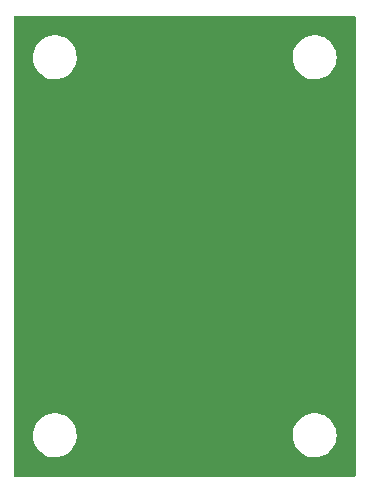
<source format=gbr>
%TF.GenerationSoftware,KiCad,Pcbnew,(6.0.1)*%
%TF.CreationDate,2022-02-13T11:50:16+00:00*%
%TF.ProjectId,Relay_RF_EE2,52656c61-795f-4524-965f-4545322e6b69,rev?*%
%TF.SameCoordinates,Original*%
%TF.FileFunction,Copper,L3,Inr*%
%TF.FilePolarity,Positive*%
%FSLAX46Y46*%
G04 Gerber Fmt 4.6, Leading zero omitted, Abs format (unit mm)*
G04 Created by KiCad (PCBNEW (6.0.1)) date 2022-02-13 11:50:16*
%MOMM*%
%LPD*%
G01*
G04 APERTURE LIST*
%TA.AperFunction,ViaPad*%
%ADD10C,0.800000*%
%TD*%
G04 APERTURE END LIST*
D10*
%TO.N,GND*%
X125150000Y-126850000D03*
X128950000Y-113250000D03*
X109200000Y-125700000D03*
X101300000Y-129100000D03*
X119650000Y-128250000D03*
X104950000Y-128100000D03*
X109150000Y-129150000D03*
X117450000Y-122950000D03*
X115550000Y-129600000D03*
X129000000Y-132150000D03*
X122800000Y-117400000D03*
X103250000Y-120350000D03*
X121350000Y-119550000D03*
X109200000Y-123300000D03*
X127987500Y-123950000D03*
X114750000Y-110500000D03*
X123650000Y-120000000D03*
X113300000Y-129450000D03*
X107200000Y-125650000D03*
X117700000Y-131100000D03*
X107150000Y-123350000D03*
X105000000Y-120750000D03*
X104350000Y-117750000D03*
X120350000Y-112700000D03*
X124850000Y-122650000D03*
X115650000Y-123950000D03*
X126800000Y-121550000D03*
X119250000Y-130800000D03*
X109500000Y-135100000D03*
X125937500Y-123950000D03*
X113250000Y-123950000D03*
X111250000Y-123000000D03*
X120200000Y-134650000D03*
X116000000Y-128300000D03*
X103400000Y-129050000D03*
X123400000Y-130000000D03*
X125100000Y-114250000D03*
X111000000Y-131150000D03*
X112900000Y-125750000D03*
X121600000Y-128250000D03*
X122250000Y-126600000D03*
X125400000Y-118800000D03*
X126650000Y-132250000D03*
X129050000Y-121700000D03*
X124987500Y-130950000D03*
X126650000Y-113200000D03*
X105050000Y-123300000D03*
X109350000Y-130750000D03*
X125100000Y-116150000D03*
X109150000Y-127400000D03*
X115800000Y-125800000D03*
X121200000Y-121750000D03*
X116150000Y-131000000D03*
X109400000Y-115200000D03*
X101250000Y-120350000D03*
X125050000Y-129200000D03*
X113000000Y-130900000D03*
X119350000Y-125600000D03*
X113200000Y-128250000D03*
X123550000Y-122200000D03*
X109250000Y-110200000D03*
X118850000Y-116400000D03*
X121550000Y-130750000D03*
X125137500Y-125300000D03*
X121100000Y-124000000D03*
X123600000Y-124700000D03*
X105000000Y-125700000D03*
X119550000Y-123950000D03*
%TD*%
%TA.AperFunction,Conductor*%
%TO.N,GND*%
G36*
X129434121Y-100528002D02*
G01*
X129480614Y-100581658D01*
X129492000Y-100634000D01*
X129492000Y-139366000D01*
X129471998Y-139434121D01*
X129418342Y-139480614D01*
X129366000Y-139492000D01*
X100634000Y-139492000D01*
X100565879Y-139471998D01*
X100519386Y-139418342D01*
X100508000Y-139366000D01*
X100508000Y-136042277D01*
X102137009Y-136042277D01*
X102162625Y-136310769D01*
X102163710Y-136315203D01*
X102163711Y-136315209D01*
X102225645Y-136568312D01*
X102226731Y-136572750D01*
X102327985Y-136822733D01*
X102464265Y-137055482D01*
X102467118Y-137059049D01*
X102584686Y-137206060D01*
X102632716Y-137266119D01*
X102829809Y-137450234D01*
X103051416Y-137603968D01*
X103055499Y-137605999D01*
X103055502Y-137606001D01*
X103171013Y-137663466D01*
X103292894Y-137724101D01*
X103297228Y-137725522D01*
X103297231Y-137725523D01*
X103544853Y-137806698D01*
X103544859Y-137806699D01*
X103549186Y-137808118D01*
X103553677Y-137808898D01*
X103553678Y-137808898D01*
X103811140Y-137853601D01*
X103811148Y-137853602D01*
X103814921Y-137854257D01*
X103818758Y-137854448D01*
X103898578Y-137858422D01*
X103898586Y-137858422D01*
X103900149Y-137858500D01*
X104068512Y-137858500D01*
X104070780Y-137858335D01*
X104070792Y-137858335D01*
X104201884Y-137848823D01*
X104269004Y-137843953D01*
X104273459Y-137842969D01*
X104273462Y-137842969D01*
X104527912Y-137786791D01*
X104527916Y-137786790D01*
X104532372Y-137785806D01*
X104658480Y-137738028D01*
X104780318Y-137691868D01*
X104780321Y-137691867D01*
X104784588Y-137690250D01*
X105020368Y-137559286D01*
X105234773Y-137395657D01*
X105423312Y-137202792D01*
X105582034Y-136984730D01*
X105665190Y-136826676D01*
X105705490Y-136750079D01*
X105705493Y-136750073D01*
X105707615Y-136746039D01*
X105770378Y-136568312D01*
X105795902Y-136496033D01*
X105795902Y-136496032D01*
X105797425Y-136491720D01*
X105849581Y-136227100D01*
X105858782Y-136042277D01*
X124137009Y-136042277D01*
X124162625Y-136310769D01*
X124163710Y-136315203D01*
X124163711Y-136315209D01*
X124225645Y-136568312D01*
X124226731Y-136572750D01*
X124327985Y-136822733D01*
X124464265Y-137055482D01*
X124467118Y-137059049D01*
X124584686Y-137206060D01*
X124632716Y-137266119D01*
X124829809Y-137450234D01*
X125051416Y-137603968D01*
X125055499Y-137605999D01*
X125055502Y-137606001D01*
X125171013Y-137663466D01*
X125292894Y-137724101D01*
X125297228Y-137725522D01*
X125297231Y-137725523D01*
X125544853Y-137806698D01*
X125544859Y-137806699D01*
X125549186Y-137808118D01*
X125553677Y-137808898D01*
X125553678Y-137808898D01*
X125811140Y-137853601D01*
X125811148Y-137853602D01*
X125814921Y-137854257D01*
X125818758Y-137854448D01*
X125898578Y-137858422D01*
X125898586Y-137858422D01*
X125900149Y-137858500D01*
X126068512Y-137858500D01*
X126070780Y-137858335D01*
X126070792Y-137858335D01*
X126201884Y-137848823D01*
X126269004Y-137843953D01*
X126273459Y-137842969D01*
X126273462Y-137842969D01*
X126527912Y-137786791D01*
X126527916Y-137786790D01*
X126532372Y-137785806D01*
X126658480Y-137738028D01*
X126780318Y-137691868D01*
X126780321Y-137691867D01*
X126784588Y-137690250D01*
X127020368Y-137559286D01*
X127234773Y-137395657D01*
X127423312Y-137202792D01*
X127582034Y-136984730D01*
X127665190Y-136826676D01*
X127705490Y-136750079D01*
X127705493Y-136750073D01*
X127707615Y-136746039D01*
X127770378Y-136568312D01*
X127795902Y-136496033D01*
X127795902Y-136496032D01*
X127797425Y-136491720D01*
X127849581Y-136227100D01*
X127858782Y-136042277D01*
X127862764Y-135962292D01*
X127862764Y-135962286D01*
X127862991Y-135957723D01*
X127837375Y-135689231D01*
X127792042Y-135503967D01*
X127774355Y-135431688D01*
X127773269Y-135427250D01*
X127672015Y-135177267D01*
X127535735Y-134944518D01*
X127417928Y-134797208D01*
X127370136Y-134737447D01*
X127370135Y-134737445D01*
X127367284Y-134733881D01*
X127170191Y-134549766D01*
X126948584Y-134396032D01*
X126944501Y-134394001D01*
X126944498Y-134393999D01*
X126779606Y-134311967D01*
X126707106Y-134275899D01*
X126702772Y-134274478D01*
X126702769Y-134274477D01*
X126455147Y-134193302D01*
X126455141Y-134193301D01*
X126450814Y-134191882D01*
X126446322Y-134191102D01*
X126188860Y-134146399D01*
X126188852Y-134146398D01*
X126185079Y-134145743D01*
X126173817Y-134145182D01*
X126101422Y-134141578D01*
X126101414Y-134141578D01*
X126099851Y-134141500D01*
X125931488Y-134141500D01*
X125929220Y-134141665D01*
X125929208Y-134141665D01*
X125798116Y-134151177D01*
X125730996Y-134156047D01*
X125726541Y-134157031D01*
X125726538Y-134157031D01*
X125472088Y-134213209D01*
X125472084Y-134213210D01*
X125467628Y-134214194D01*
X125341520Y-134261972D01*
X125219682Y-134308132D01*
X125219679Y-134308133D01*
X125215412Y-134309750D01*
X124979632Y-134440714D01*
X124765227Y-134604343D01*
X124576688Y-134797208D01*
X124417966Y-135015270D01*
X124415844Y-135019304D01*
X124294510Y-135249921D01*
X124294507Y-135249927D01*
X124292385Y-135253961D01*
X124290865Y-135258266D01*
X124290863Y-135258270D01*
X124204098Y-135503967D01*
X124202575Y-135508280D01*
X124150419Y-135772900D01*
X124150192Y-135777453D01*
X124150192Y-135777456D01*
X124140991Y-135962292D01*
X124137009Y-136042277D01*
X105858782Y-136042277D01*
X105862764Y-135962292D01*
X105862764Y-135962286D01*
X105862991Y-135957723D01*
X105837375Y-135689231D01*
X105792042Y-135503967D01*
X105774355Y-135431688D01*
X105773269Y-135427250D01*
X105672015Y-135177267D01*
X105535735Y-134944518D01*
X105417928Y-134797208D01*
X105370136Y-134737447D01*
X105370135Y-134737445D01*
X105367284Y-134733881D01*
X105170191Y-134549766D01*
X104948584Y-134396032D01*
X104944501Y-134394001D01*
X104944498Y-134393999D01*
X104779606Y-134311967D01*
X104707106Y-134275899D01*
X104702772Y-134274478D01*
X104702769Y-134274477D01*
X104455147Y-134193302D01*
X104455141Y-134193301D01*
X104450814Y-134191882D01*
X104446322Y-134191102D01*
X104188860Y-134146399D01*
X104188852Y-134146398D01*
X104185079Y-134145743D01*
X104173817Y-134145182D01*
X104101422Y-134141578D01*
X104101414Y-134141578D01*
X104099851Y-134141500D01*
X103931488Y-134141500D01*
X103929220Y-134141665D01*
X103929208Y-134141665D01*
X103798116Y-134151177D01*
X103730996Y-134156047D01*
X103726541Y-134157031D01*
X103726538Y-134157031D01*
X103472088Y-134213209D01*
X103472084Y-134213210D01*
X103467628Y-134214194D01*
X103341520Y-134261972D01*
X103219682Y-134308132D01*
X103219679Y-134308133D01*
X103215412Y-134309750D01*
X102979632Y-134440714D01*
X102765227Y-134604343D01*
X102576688Y-134797208D01*
X102417966Y-135015270D01*
X102415844Y-135019304D01*
X102294510Y-135249921D01*
X102294507Y-135249927D01*
X102292385Y-135253961D01*
X102290865Y-135258266D01*
X102290863Y-135258270D01*
X102204098Y-135503967D01*
X102202575Y-135508280D01*
X102150419Y-135772900D01*
X102150192Y-135777453D01*
X102150192Y-135777456D01*
X102140991Y-135962292D01*
X102137009Y-136042277D01*
X100508000Y-136042277D01*
X100508000Y-104042277D01*
X102137009Y-104042277D01*
X102162625Y-104310769D01*
X102163710Y-104315203D01*
X102163711Y-104315209D01*
X102225645Y-104568312D01*
X102226731Y-104572750D01*
X102327985Y-104822733D01*
X102464265Y-105055482D01*
X102467118Y-105059049D01*
X102584686Y-105206060D01*
X102632716Y-105266119D01*
X102829809Y-105450234D01*
X103051416Y-105603968D01*
X103055499Y-105605999D01*
X103055502Y-105606001D01*
X103171013Y-105663466D01*
X103292894Y-105724101D01*
X103297228Y-105725522D01*
X103297231Y-105725523D01*
X103544853Y-105806698D01*
X103544859Y-105806699D01*
X103549186Y-105808118D01*
X103553677Y-105808898D01*
X103553678Y-105808898D01*
X103811140Y-105853601D01*
X103811148Y-105853602D01*
X103814921Y-105854257D01*
X103818758Y-105854448D01*
X103898578Y-105858422D01*
X103898586Y-105858422D01*
X103900149Y-105858500D01*
X104068512Y-105858500D01*
X104070780Y-105858335D01*
X104070792Y-105858335D01*
X104201884Y-105848823D01*
X104269004Y-105843953D01*
X104273459Y-105842969D01*
X104273462Y-105842969D01*
X104527912Y-105786791D01*
X104527916Y-105786790D01*
X104532372Y-105785806D01*
X104658480Y-105738028D01*
X104780318Y-105691868D01*
X104780321Y-105691867D01*
X104784588Y-105690250D01*
X105020368Y-105559286D01*
X105234773Y-105395657D01*
X105423312Y-105202792D01*
X105582034Y-104984730D01*
X105665190Y-104826676D01*
X105705490Y-104750079D01*
X105705493Y-104750073D01*
X105707615Y-104746039D01*
X105770378Y-104568312D01*
X105795902Y-104496033D01*
X105795902Y-104496032D01*
X105797425Y-104491720D01*
X105849581Y-104227100D01*
X105858782Y-104042277D01*
X124137009Y-104042277D01*
X124162625Y-104310769D01*
X124163710Y-104315203D01*
X124163711Y-104315209D01*
X124225645Y-104568312D01*
X124226731Y-104572750D01*
X124327985Y-104822733D01*
X124464265Y-105055482D01*
X124467118Y-105059049D01*
X124584686Y-105206060D01*
X124632716Y-105266119D01*
X124829809Y-105450234D01*
X125051416Y-105603968D01*
X125055499Y-105605999D01*
X125055502Y-105606001D01*
X125171013Y-105663466D01*
X125292894Y-105724101D01*
X125297228Y-105725522D01*
X125297231Y-105725523D01*
X125544853Y-105806698D01*
X125544859Y-105806699D01*
X125549186Y-105808118D01*
X125553677Y-105808898D01*
X125553678Y-105808898D01*
X125811140Y-105853601D01*
X125811148Y-105853602D01*
X125814921Y-105854257D01*
X125818758Y-105854448D01*
X125898578Y-105858422D01*
X125898586Y-105858422D01*
X125900149Y-105858500D01*
X126068512Y-105858500D01*
X126070780Y-105858335D01*
X126070792Y-105858335D01*
X126201884Y-105848823D01*
X126269004Y-105843953D01*
X126273459Y-105842969D01*
X126273462Y-105842969D01*
X126527912Y-105786791D01*
X126527916Y-105786790D01*
X126532372Y-105785806D01*
X126658480Y-105738028D01*
X126780318Y-105691868D01*
X126780321Y-105691867D01*
X126784588Y-105690250D01*
X127020368Y-105559286D01*
X127234773Y-105395657D01*
X127423312Y-105202792D01*
X127582034Y-104984730D01*
X127665190Y-104826676D01*
X127705490Y-104750079D01*
X127705493Y-104750073D01*
X127707615Y-104746039D01*
X127770378Y-104568312D01*
X127795902Y-104496033D01*
X127795902Y-104496032D01*
X127797425Y-104491720D01*
X127849581Y-104227100D01*
X127858782Y-104042277D01*
X127862764Y-103962292D01*
X127862764Y-103962286D01*
X127862991Y-103957723D01*
X127837375Y-103689231D01*
X127792042Y-103503967D01*
X127774355Y-103431688D01*
X127773269Y-103427250D01*
X127672015Y-103177267D01*
X127535735Y-102944518D01*
X127417928Y-102797208D01*
X127370136Y-102737447D01*
X127370135Y-102737445D01*
X127367284Y-102733881D01*
X127170191Y-102549766D01*
X126948584Y-102396032D01*
X126944501Y-102394001D01*
X126944498Y-102393999D01*
X126779606Y-102311967D01*
X126707106Y-102275899D01*
X126702772Y-102274478D01*
X126702769Y-102274477D01*
X126455147Y-102193302D01*
X126455141Y-102193301D01*
X126450814Y-102191882D01*
X126446322Y-102191102D01*
X126188860Y-102146399D01*
X126188852Y-102146398D01*
X126185079Y-102145743D01*
X126173817Y-102145182D01*
X126101422Y-102141578D01*
X126101414Y-102141578D01*
X126099851Y-102141500D01*
X125931488Y-102141500D01*
X125929220Y-102141665D01*
X125929208Y-102141665D01*
X125798116Y-102151177D01*
X125730996Y-102156047D01*
X125726541Y-102157031D01*
X125726538Y-102157031D01*
X125472088Y-102213209D01*
X125472084Y-102213210D01*
X125467628Y-102214194D01*
X125341520Y-102261972D01*
X125219682Y-102308132D01*
X125219679Y-102308133D01*
X125215412Y-102309750D01*
X124979632Y-102440714D01*
X124765227Y-102604343D01*
X124576688Y-102797208D01*
X124417966Y-103015270D01*
X124415844Y-103019304D01*
X124294510Y-103249921D01*
X124294507Y-103249927D01*
X124292385Y-103253961D01*
X124290865Y-103258266D01*
X124290863Y-103258270D01*
X124204098Y-103503967D01*
X124202575Y-103508280D01*
X124150419Y-103772900D01*
X124150192Y-103777453D01*
X124150192Y-103777456D01*
X124140991Y-103962292D01*
X124137009Y-104042277D01*
X105858782Y-104042277D01*
X105862764Y-103962292D01*
X105862764Y-103962286D01*
X105862991Y-103957723D01*
X105837375Y-103689231D01*
X105792042Y-103503967D01*
X105774355Y-103431688D01*
X105773269Y-103427250D01*
X105672015Y-103177267D01*
X105535735Y-102944518D01*
X105417928Y-102797208D01*
X105370136Y-102737447D01*
X105370135Y-102737445D01*
X105367284Y-102733881D01*
X105170191Y-102549766D01*
X104948584Y-102396032D01*
X104944501Y-102394001D01*
X104944498Y-102393999D01*
X104779606Y-102311967D01*
X104707106Y-102275899D01*
X104702772Y-102274478D01*
X104702769Y-102274477D01*
X104455147Y-102193302D01*
X104455141Y-102193301D01*
X104450814Y-102191882D01*
X104446322Y-102191102D01*
X104188860Y-102146399D01*
X104188852Y-102146398D01*
X104185079Y-102145743D01*
X104173817Y-102145182D01*
X104101422Y-102141578D01*
X104101414Y-102141578D01*
X104099851Y-102141500D01*
X103931488Y-102141500D01*
X103929220Y-102141665D01*
X103929208Y-102141665D01*
X103798116Y-102151177D01*
X103730996Y-102156047D01*
X103726541Y-102157031D01*
X103726538Y-102157031D01*
X103472088Y-102213209D01*
X103472084Y-102213210D01*
X103467628Y-102214194D01*
X103341520Y-102261972D01*
X103219682Y-102308132D01*
X103219679Y-102308133D01*
X103215412Y-102309750D01*
X102979632Y-102440714D01*
X102765227Y-102604343D01*
X102576688Y-102797208D01*
X102417966Y-103015270D01*
X102415844Y-103019304D01*
X102294510Y-103249921D01*
X102294507Y-103249927D01*
X102292385Y-103253961D01*
X102290865Y-103258266D01*
X102290863Y-103258270D01*
X102204098Y-103503967D01*
X102202575Y-103508280D01*
X102150419Y-103772900D01*
X102150192Y-103777453D01*
X102150192Y-103777456D01*
X102140991Y-103962292D01*
X102137009Y-104042277D01*
X100508000Y-104042277D01*
X100508000Y-100634000D01*
X100528002Y-100565879D01*
X100581658Y-100519386D01*
X100634000Y-100508000D01*
X129366000Y-100508000D01*
X129434121Y-100528002D01*
G37*
%TD.AperFunction*%
%TD*%
M02*

</source>
